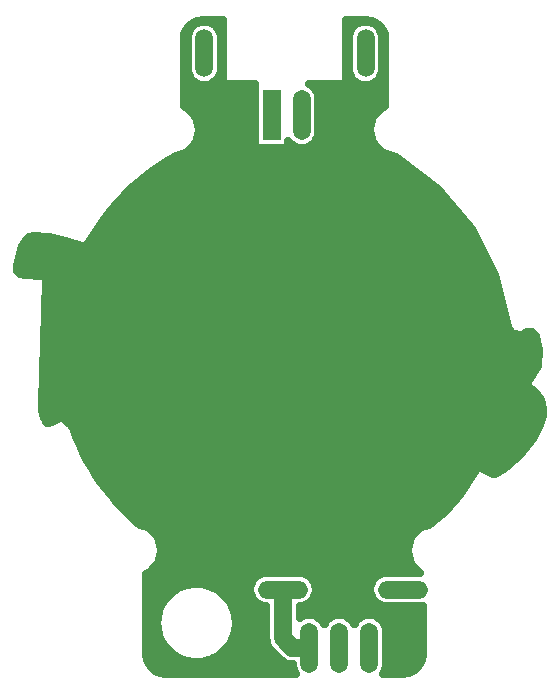
<source format=gbr>
%TF.GenerationSoftware,Novarm,DipTrace,4.3.0.5*%
%TF.CreationDate,2025-06-08T20:07:48-05:00*%
%FSLAX26Y26*%
%MOIN*%
%TF.FileFunction,Copper,L1,Top*%
%TF.Part,Single*%
%TA.AperFunction,Conductor*%
%ADD16C,0.059055*%
%TA.AperFunction,CopperBalancing*%
%ADD18C,0.025*%
%TA.AperFunction,ComponentPad*%
%ADD23R,0.059055X0.167323*%
%ADD24O,0.059055X0.167323*%
%ADD25O,0.059055X0.1591*%
%ADD26O,0.167323X0.059055*%
G75*
G01*
%LPD*%
X1406250Y518749D2*
D16*
X1350001D1*
X1318750Y549999D1*
Y712499D1*
X1002947Y2584938D2*
D18*
X1010668D1*
X1101844D2*
X1116042D1*
X1531341D2*
X1548159D1*
X991643Y2560069D2*
X999203D1*
X989759Y2535200D2*
X998288D1*
X989741Y2510331D2*
X998288D1*
X989705Y2485462D2*
X998288D1*
X989688Y2460594D2*
X998288D1*
X989670Y2435725D2*
X1000154D1*
X1649849D2*
X1657606D1*
X989634Y2410856D2*
X1014435D1*
X1098058D2*
X1116042D1*
X1531341D2*
X1551945D1*
X1635567D2*
X1657606D1*
X989616Y2385987D2*
X1223281D1*
X1424048D2*
X1657606D1*
X989598Y2361119D2*
X1223281D1*
X1437612D2*
X1657606D1*
X989562Y2336250D2*
X1223281D1*
X1439209D2*
X1657606D1*
X1007360Y2311381D2*
X1223281D1*
X1439209D2*
X1639771D1*
X1029734Y2286512D2*
X1223281D1*
X1439209D2*
X1617380D1*
X1036427Y2261644D2*
X1223281D1*
X1439209D2*
X1610723D1*
X1038687Y2236775D2*
X1223281D1*
X1439137D2*
X1608444D1*
X1032049Y2211906D2*
X1223281D1*
X1431799D2*
X1615101D1*
X1015847Y2187037D2*
X1223281D1*
X1339217D2*
X1361095D1*
X1401405D2*
X1631303D1*
X977397Y2162169D2*
X1669770D1*
X928954Y2137300D2*
X1713442D1*
X891939Y2112431D2*
X1747029D1*
X859195Y2087562D2*
X1780617D1*
X829752Y2062693D2*
X1814186D1*
X802928Y2037825D2*
X1842194D1*
X778204Y2012956D2*
X1863222D1*
X756458Y1988087D2*
X1884268D1*
X736166Y1963218D2*
X1905314D1*
X717111Y1938350D2*
X1926342D1*
X700784Y1913481D2*
X1946581D1*
X477818Y1888612D2*
X513385D1*
X684439D2*
X1959212D1*
X455139Y1863743D2*
X625828D1*
X668093D2*
X1971844D1*
X447298Y1838875D2*
X1984493D1*
X440982Y1814006D2*
X1997124D1*
X435349Y1789137D2*
X2009755D1*
X445647Y1764268D2*
X2022386D1*
X532469Y1739400D2*
X2029133D1*
X531500Y1714531D2*
X2035161D1*
X530531Y1689662D2*
X2041208D1*
X529563Y1664793D2*
X2047254D1*
X528576Y1639924D2*
X2053283D1*
X527607Y1615056D2*
X2059329D1*
X526638Y1590187D2*
X2065376D1*
X525669Y1565318D2*
X2086852D1*
X2123538D2*
X2152861D1*
X524682Y1540449D2*
X2161761D1*
X523713Y1515581D2*
X2167484D1*
X522745Y1490712D2*
X2167771D1*
X521776Y1465843D2*
X2166748D1*
X520807Y1440974D2*
X2155391D1*
X519820Y1416106D2*
X2139548D1*
X518851Y1391237D2*
X2132587D1*
X517882Y1366368D2*
X2160469D1*
X516913Y1341499D2*
X2177352D1*
X517793Y1316630D2*
X2183542D1*
X522637Y1291762D2*
X2181945D1*
X607252Y1266893D2*
X2174679D1*
X623687Y1242024D2*
X2163196D1*
X633375Y1217155D2*
X2150278D1*
X644141Y1192287D2*
X2131618D1*
X655983Y1167418D2*
X2111900D1*
X669044Y1142549D2*
X2085561D1*
X683308Y1117680D2*
X1964577D1*
X1977874D2*
X2056566D1*
X698882Y1092812D2*
X1948339D1*
X715909Y1067943D2*
X1932102D1*
X734479Y1043074D2*
X1915864D1*
X754736Y1018205D2*
X1897169D1*
X776823Y993337D2*
X1874849D1*
X800955Y968468D2*
X1851309D1*
X827330Y943599D2*
X1821004D1*
X874033Y918730D2*
X1773063D1*
X898918Y893861D2*
X1748195D1*
X909325Y868993D2*
X1737340D1*
X916017Y844124D2*
X1730684D1*
X909522Y819255D2*
X1736856D1*
X899546Y794386D2*
X1746365D1*
X874750Y769518D2*
X1771251D1*
X864864Y744649D2*
X1216930D1*
X1420567D2*
X1616931D1*
X864882Y719780D2*
X973223D1*
X1087167D2*
X1207134D1*
X1430363D2*
X1607135D1*
X864900Y694911D2*
X936890D1*
X1123518D2*
X1209520D1*
X1427977D2*
X1609521D1*
X864918Y670043D2*
X916848D1*
X1143559D2*
X1226439D1*
X1411076D2*
X1626440D1*
X864936Y645174D2*
X904845D1*
X1155562D2*
X1260780D1*
X1376716D2*
X1781801D1*
X864954Y620305D2*
X898619D1*
X1161788D2*
X1260780D1*
X1437504D2*
X1474991D1*
X1537513D2*
X1575000D1*
X1637505D2*
X1781801D1*
X864972Y595436D2*
X897327D1*
X1163062D2*
X1260780D1*
X1659412D2*
X1781801D1*
X864990Y570567D2*
X900844D1*
X1159545D2*
X1260780D1*
X1664203D2*
X1781801D1*
X865008Y545699D2*
X909600D1*
X1150808D2*
X1260960D1*
X1664203D2*
X1781801D1*
X865026Y520830D2*
X924887D1*
X1135503D2*
X1269088D1*
X1664203D2*
X1781801D1*
X865098Y495961D2*
X950544D1*
X1109864D2*
X1291856D1*
X1664203D2*
X1781765D1*
X870283Y471092D2*
X1017647D1*
X1042742D2*
X1319128D1*
X1664203D2*
X1776562D1*
X888817Y446224D2*
X1351424D1*
X1661081D2*
X1758046D1*
X1160369Y592020D2*
X1159397Y582861D1*
X1157782Y573793D1*
X1155531Y564862D1*
X1152655Y556111D1*
X1149170Y547586D1*
X1145092Y539327D1*
X1140441Y531377D1*
X1135242Y523774D1*
X1129518Y516557D1*
X1123300Y509762D1*
X1116619Y503423D1*
X1109506Y497570D1*
X1101999Y492234D1*
X1094134Y487441D1*
X1085950Y483214D1*
X1077489Y479576D1*
X1068792Y476543D1*
X1059903Y474131D1*
X1050866Y472352D1*
X1041725Y471215D1*
X1032528Y470726D1*
X1023319Y470887D1*
X1014144Y471697D1*
X1005049Y473152D1*
X996079Y475245D1*
X987279Y477965D1*
X978694Y481300D1*
X970364Y485231D1*
X962333Y489741D1*
X954640Y494806D1*
X947324Y500401D1*
X940420Y506498D1*
X933963Y513066D1*
X927986Y520074D1*
X922518Y527486D1*
X917587Y535266D1*
X913217Y543373D1*
X909429Y551769D1*
X906243Y560411D1*
X903675Y569257D1*
X901737Y578261D1*
X900439Y587380D1*
X899787Y596567D1*
X899786Y605778D1*
X900433Y614966D1*
X901728Y624085D1*
X903662Y633090D1*
X906227Y641936D1*
X909409Y650580D1*
X913194Y658977D1*
X917561Y667087D1*
X922489Y674868D1*
X927954Y682282D1*
X933928Y689292D1*
X940382Y695864D1*
X947283Y701963D1*
X954597Y707561D1*
X962289Y712629D1*
X970318Y717142D1*
X978646Y721077D1*
X987230Y724415D1*
X996029Y727139D1*
X1004997Y729236D1*
X1014092Y730694D1*
X1023266Y731508D1*
X1032476Y731672D1*
X1041673Y731187D1*
X1050814Y730053D1*
X1059852Y728278D1*
X1068742Y725870D1*
X1077440Y722841D1*
X1085903Y719205D1*
X1094088Y714982D1*
X1101955Y710192D1*
X1109465Y704859D1*
X1116580Y699009D1*
X1123264Y692672D1*
X1129484Y685880D1*
X1135210Y678665D1*
X1140413Y671065D1*
X1145067Y663116D1*
X1149148Y654859D1*
X1152637Y646335D1*
X1155516Y637586D1*
X1157771Y628656D1*
X1159390Y619588D1*
X1160365Y610430D1*
X1160692Y601199D1*
X1160369Y592020D1*
X1111712Y2541683D2*
Y2449976D1*
X1110953Y2440831D1*
X1108697Y2431937D1*
X1105005Y2423537D1*
X1099978Y2415860D1*
X1093755Y2409117D1*
X1086505Y2403493D1*
X1078427Y2399141D1*
X1069741Y2396180D1*
X1060687Y2394692D1*
X1051511Y2394718D1*
X1042465Y2396255D1*
X1033796Y2399264D1*
X1025742Y2403660D1*
X1018523Y2409324D1*
X1012337Y2416101D1*
X1007353Y2423805D1*
X1003707Y2432226D1*
X1001500Y2441132D1*
X1000790Y2449976D1*
Y2550020D1*
X1001549Y2559165D1*
X1003806Y2568059D1*
X1007498Y2576459D1*
X1012524Y2584136D1*
X1018748Y2590878D1*
X1025998Y2596503D1*
X1034076Y2600855D1*
X1042761Y2603815D1*
X1051815Y2605303D1*
X1060991Y2605278D1*
X1070037Y2603740D1*
X1078706Y2600732D1*
X1086760Y2596336D1*
X1093979Y2590672D1*
X1100165Y2583895D1*
X1105149Y2576190D1*
X1108795Y2567770D1*
X1111003Y2558864D1*
X1111712Y2550020D1*
Y2541683D1*
X1649211Y2541684D2*
Y2449977D1*
X1648452Y2440832D1*
X1646195Y2431938D1*
X1642503Y2423538D1*
X1637477Y2415861D1*
X1631253Y2409119D1*
X1624003Y2403494D1*
X1615925Y2399142D1*
X1607240Y2396182D1*
X1598186Y2394694D1*
X1589010Y2394719D1*
X1579964Y2396257D1*
X1571295Y2399265D1*
X1563241Y2403661D1*
X1556022Y2409326D1*
X1549836Y2416102D1*
X1544852Y2423807D1*
X1541206Y2432227D1*
X1538999Y2441134D1*
X1538289Y2449977D1*
Y2550022D1*
X1539048Y2559166D1*
X1541304Y2568060D1*
X1544996Y2576460D1*
X1550023Y2584137D1*
X1556246Y2590880D1*
X1563496Y2596504D1*
X1571574Y2600856D1*
X1580260Y2603817D1*
X1589314Y2605305D1*
X1598490Y2605280D1*
X1607536Y2603742D1*
X1616205Y2600733D1*
X1624259Y2596337D1*
X1631478Y2590673D1*
X1637664Y2583896D1*
X1642648Y2576192D1*
X1646294Y2567771D1*
X1648501Y2558865D1*
X1649211Y2550022D1*
Y2541684D1*
X1350028Y463288D2*
X1350895Y463293D1*
X1351499Y455771D1*
X1353706Y446865D1*
X1357352Y438444D1*
X1361397Y432192D1*
X1329814Y432199D1*
X926581D1*
X908236Y434612D1*
X893482Y440722D1*
X880812Y450441D1*
X871088Y463108D1*
X864974Y477863D1*
X862554Y496240D1*
X862340Y764305D1*
X865544Y765170D1*
X868435Y766356D1*
X871147Y768420D1*
X899237Y796589D1*
X901148Y799060D1*
X902466Y802204D1*
X912720Y840640D1*
X913140Y843736D1*
X912711Y847118D1*
X902385Y885535D1*
X901202Y888426D1*
X899141Y891141D1*
X870999Y919257D1*
X868529Y921171D1*
X865386Y922492D1*
X842105Y928728D1*
X826503Y942058D1*
X805556Y961394D1*
X785337Y981513D1*
X765895Y1002378D1*
X747242Y1023979D1*
X729430Y1046269D1*
X712448Y1069247D1*
X696333Y1092888D1*
X681120Y1117148D1*
X666816Y1142026D1*
X653450Y1167485D1*
X641045Y1193519D1*
X629616Y1220084D1*
X617023Y1252848D1*
X615545Y1255600D1*
X614298Y1257096D1*
X589913Y1282097D1*
X587474Y1284041D1*
X581786Y1285842D1*
X575907Y1284799D1*
X548810Y1272222D1*
X542260Y1270095D1*
X537638Y1269308D1*
X534236Y1269303D1*
X533232Y1269502D1*
X532789Y1269676D1*
X531088Y1270800D1*
X529293Y1272511D1*
X527001Y1275510D1*
X524413Y1280047D1*
X521937Y1285788D1*
X518261Y1298017D1*
X515644Y1312321D1*
X514034Y1331967D1*
X530129Y1743413D1*
X529861Y1746521D1*
X527256Y1751888D1*
X522454Y1755436D1*
X518609Y1756364D1*
X454142Y1761444D1*
X444273Y1763764D1*
X442212Y1764687D1*
X440480Y1765905D1*
X438239Y1768192D1*
X434090Y1774117D1*
X433579Y1775249D1*
X432624Y1779057D1*
X432323Y1783242D1*
X433218Y1793218D1*
X449313Y1856702D1*
X455202Y1869154D1*
X461386Y1877627D1*
X468111Y1884251D1*
X472162Y1887109D1*
X475497Y1888698D1*
X478666Y1889590D1*
X484427Y1890244D1*
X539884Y1887368D1*
X581676Y1879447D1*
X649704Y1856546D1*
X652761Y1855928D1*
X658644Y1856916D1*
X663402Y1860523D1*
X664146Y1861539D1*
X714867Y1938728D1*
X744047Y1976738D1*
X775659Y2012909D1*
X809502Y2046964D1*
X845463Y2078818D1*
X883412Y2108339D1*
X923220Y2135399D1*
X963633Y2159133D1*
X990330Y2166328D1*
X993221Y2167513D1*
X995934Y2169577D1*
X1024032Y2197742D1*
X1025944Y2200213D1*
X1027263Y2203357D1*
X1037524Y2241795D1*
X1037945Y2244891D1*
X1037516Y2248273D1*
X1027194Y2286695D1*
X1026011Y2289587D1*
X1023950Y2292302D1*
X995807Y2320423D1*
X993338Y2322336D1*
X990191Y2323659D1*
X987059Y2324504D1*
X987267Y2545763D1*
X989689Y2564143D1*
X995802Y2578895D1*
X1005509Y2591551D1*
X1018193Y2601281D1*
X1032943Y2607390D1*
X1051296Y2609806D1*
X1118533Y2609804D1*
Y2410141D1*
X1118922Y2407046D1*
X1121736Y2401786D1*
X1126673Y2398428D1*
X1131042Y2397641D1*
X1225790Y2397640D1*
Y2184154D1*
X1336712D1*
X1336709Y2206711D1*
X1337337Y2205740D1*
X1343523Y2198963D1*
X1350742Y2193299D1*
X1358796Y2188903D1*
X1367465Y2185895D1*
X1376511Y2184357D1*
X1385687Y2184331D1*
X1394741Y2185819D1*
X1403427Y2188780D1*
X1411505Y2193132D1*
X1418755Y2198756D1*
X1424978Y2205499D1*
X1430005Y2213176D1*
X1433697Y2221576D1*
X1435953Y2230470D1*
X1436712Y2239615D1*
Y2347882D1*
X1436003Y2356726D1*
X1433795Y2365632D1*
X1430149Y2374053D1*
X1425165Y2381757D1*
X1418979Y2388534D1*
X1411760Y2394198D1*
X1405460Y2397637D1*
X1516340Y2397641D1*
X1519435Y2398030D1*
X1524696Y2400844D1*
X1528054Y2405781D1*
X1528841Y2410154D1*
Y2609806D1*
X1596086Y2609805D1*
X1614447Y2607385D1*
X1629199Y2601272D1*
X1641865Y2591549D1*
X1651584Y2578880D1*
X1657692Y2564129D1*
X1660108Y2545782D1*
X1660110Y2324514D1*
X1656916Y2323658D1*
X1654024Y2322477D1*
X1651305Y2320415D1*
X1623158Y2292270D1*
X1621243Y2289801D1*
X1619920Y2286655D1*
X1609617Y2248207D1*
X1609193Y2245112D1*
X1609620Y2241726D1*
X1619922Y2203278D1*
X1621102Y2200385D1*
X1623165Y2197666D1*
X1651311Y2169520D1*
X1653780Y2167606D1*
X1656925Y2166282D1*
X1684022Y2159020D1*
X1694596Y2153114D1*
X1835307Y2048909D1*
X1947878Y1915856D1*
X2026229Y1761624D1*
X2067679Y1590964D1*
X2068803Y1588018D1*
X2074878Y1576619D1*
X2076682Y1574068D1*
X2079092Y1572021D1*
X2089908Y1564960D1*
X2092718Y1563594D1*
X2095817Y1562962D1*
X2108678Y1561988D1*
X2113943Y1562715D1*
X2123987Y1566418D1*
X2133273Y1570407D1*
X2147320Y1572566D1*
X2149641Y1571967D1*
X2152796Y1569546D1*
X2160454Y1556945D1*
X2171096Y1510784D1*
X2168938Y1458317D1*
X2135176Y1405331D1*
X2133841Y1402512D1*
X2133387Y1396564D1*
X2135745Y1391079D1*
X2137657Y1389060D1*
X2159142Y1370902D1*
X2174849Y1352332D1*
X2182790Y1335138D1*
X2186208Y1315652D1*
X2184650Y1292459D1*
X2175351Y1260609D1*
X2150762Y1213278D1*
X2108819Y1160367D1*
X2054593Y1113841D1*
X2026884Y1099535D1*
X2018390Y1099283D1*
X1978539Y1116329D1*
X1975541Y1117188D1*
X1969598Y1116670D1*
X1964569Y1113451D1*
X1963150Y1111659D1*
X1908682Y1028232D1*
X1858358Y972200D1*
X1804793Y928246D1*
X1781103Y921899D1*
X1778210Y920718D1*
X1775491Y918656D1*
X1747345Y890511D1*
X1745430Y888042D1*
X1744107Y884896D1*
X1733805Y846449D1*
X1733381Y843353D1*
X1733807Y839968D1*
X1744109Y801520D1*
X1745290Y798627D1*
X1747352Y795908D1*
X1775518Y767741D1*
X1772884Y767960D1*
X1664616D1*
X1655773Y767251D1*
X1646866Y765043D1*
X1638446Y761397D1*
X1630742Y756413D1*
X1623965Y750227D1*
X1618300Y743008D1*
X1613904Y734954D1*
X1610896Y726285D1*
X1609358Y717239D1*
X1609333Y708063D1*
X1610821Y699009D1*
X1613781Y690324D1*
X1618133Y682246D1*
X1623758Y674996D1*
X1630501Y668772D1*
X1638177Y663746D1*
X1646578Y660054D1*
X1655472Y657797D1*
X1664616Y657038D1*
X1772884D1*
X1781727Y657748D1*
X1784293Y658384D1*
X1784296Y496223D1*
X1781874Y477862D1*
X1775761Y463111D1*
X1766038Y450445D1*
X1753369Y440726D1*
X1738618Y434617D1*
X1720267Y432200D1*
X1651091Y432201D1*
X1655003Y438176D1*
X1658695Y446576D1*
X1660952Y455470D1*
X1661711Y464615D1*
Y572882D1*
X1661001Y581726D1*
X1658794Y590632D1*
X1655148Y599053D1*
X1650164Y606757D1*
X1643978Y613534D1*
X1636759Y619198D1*
X1628705Y623594D1*
X1620036Y626603D1*
X1610990Y628140D1*
X1601814Y628166D1*
X1592760Y626678D1*
X1584074Y623717D1*
X1575996Y619365D1*
X1568746Y613741D1*
X1562523Y606998D1*
X1557496Y599321D1*
X1556163Y596709D1*
X1555148Y599053D1*
X1550164Y606757D1*
X1543978Y613534D1*
X1536759Y619198D1*
X1528705Y623594D1*
X1520036Y626603D1*
X1510990Y628140D1*
X1501814Y628166D1*
X1492760Y626678D1*
X1484074Y623717D1*
X1475996Y619365D1*
X1468746Y613741D1*
X1462523Y606998D1*
X1457496Y599321D1*
X1456163Y596709D1*
X1455148Y599053D1*
X1450164Y606757D1*
X1443978Y613534D1*
X1436759Y619198D1*
X1428705Y623594D1*
X1420036Y626603D1*
X1410990Y628140D1*
X1401814Y628166D1*
X1392760Y626678D1*
X1384074Y623717D1*
X1375996Y619365D1*
X1374211Y618148D1*
X1374205Y657144D1*
X1381727Y657748D1*
X1390634Y659955D1*
X1399054Y663601D1*
X1406758Y668585D1*
X1413535Y674772D1*
X1419199Y681990D1*
X1423596Y690045D1*
X1426604Y698713D1*
X1428142Y707759D1*
X1428167Y716935D1*
X1426679Y725990D1*
X1423718Y734675D1*
X1419366Y742753D1*
X1413742Y750003D1*
X1406999Y756226D1*
X1399323Y761253D1*
X1390922Y764945D1*
X1382028Y767201D1*
X1372884Y767960D1*
X1264616D1*
X1255773Y767251D1*
X1246866Y765043D1*
X1238446Y761397D1*
X1230742Y756413D1*
X1223965Y750227D1*
X1218300Y743008D1*
X1213904Y734954D1*
X1210896Y726285D1*
X1209358Y717239D1*
X1209333Y708063D1*
X1210821Y699009D1*
X1213781Y690324D1*
X1218133Y682246D1*
X1223758Y674996D1*
X1230501Y668772D1*
X1238177Y663746D1*
X1246578Y660054D1*
X1255472Y657797D1*
X1263285Y657149D1*
X1263289Y549999D1*
X1263999Y541156D1*
X1266206Y532249D1*
X1269852Y523829D1*
X1274842Y516118D1*
X1279592Y510723D1*
X1310784Y479532D1*
X1317539Y473780D1*
X1325397Y469043D1*
X1333930Y465667D1*
X1342911Y463743D1*
X1350028Y463288D1*
D23*
X1281251Y2293749D3*
D24*
X1381251D3*
D25*
X1056251Y2499998D3*
X1593750Y2499999D3*
D26*
X1718750Y712499D3*
X1318750D3*
D24*
X1606250Y518749D3*
X1506250D3*
X1406250D3*
M02*

</source>
